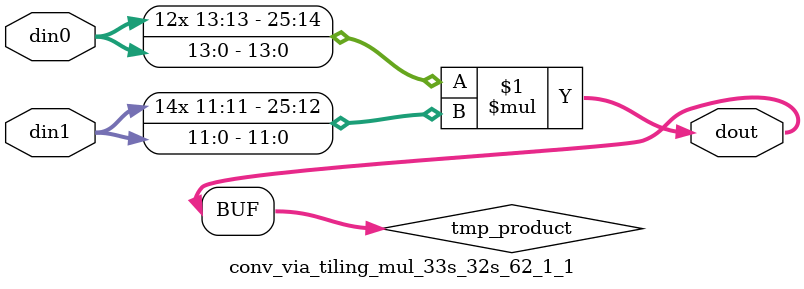
<source format=v>

`timescale 1 ns / 1 ps

 module conv_via_tiling_mul_33s_32s_62_1_1(din0, din1, dout);
parameter ID = 1;
parameter NUM_STAGE = 0;
parameter din0_WIDTH = 14;
parameter din1_WIDTH = 12;
parameter dout_WIDTH = 26;

input [din0_WIDTH - 1 : 0] din0; 
input [din1_WIDTH - 1 : 0] din1; 
output [dout_WIDTH - 1 : 0] dout;

wire signed [dout_WIDTH - 1 : 0] tmp_product;



























assign tmp_product = $signed(din0) * $signed(din1);








assign dout = tmp_product;





















endmodule

</source>
